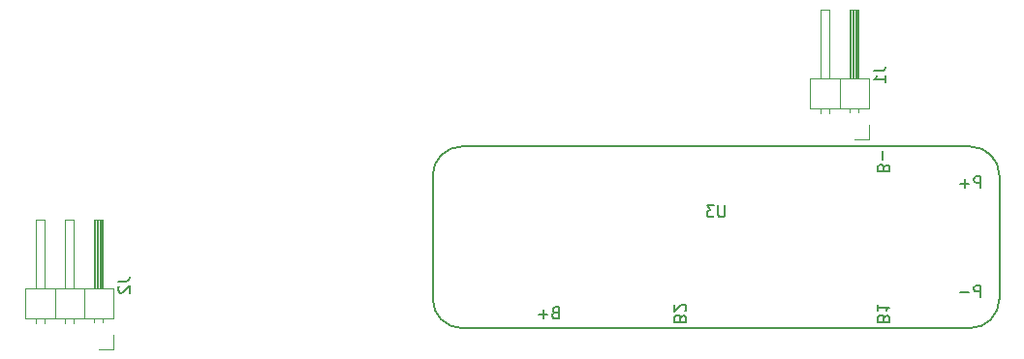
<source format=gbo>
G04 #@! TF.GenerationSoftware,KiCad,Pcbnew,(5.1.0)-1*
G04 #@! TF.CreationDate,2019-05-03T22:00:51+02:00*
G04 #@! TF.ProjectId,bigmax_hat,6269676d-6178-45f6-9861-742e6b696361,v1*
G04 #@! TF.SameCoordinates,Original*
G04 #@! TF.FileFunction,Legend,Bot*
G04 #@! TF.FilePolarity,Positive*
%FSLAX46Y46*%
G04 Gerber Fmt 4.6, Leading zero omitted, Abs format (unit mm)*
G04 Created by KiCad (PCBNEW (5.1.0)-1) date 2019-05-03 22:00:51*
%MOMM*%
%LPD*%
G04 APERTURE LIST*
%ADD10C,0.120000*%
%ADD11C,0.150000*%
G04 APERTURE END LIST*
D10*
X187960000Y-94615000D02*
X187960000Y-93345000D01*
X186690000Y-94615000D02*
X187960000Y-94615000D01*
X183770000Y-92302071D02*
X183770000Y-91905000D01*
X184530000Y-92302071D02*
X184530000Y-91905000D01*
X183770000Y-83245000D02*
X183770000Y-89245000D01*
X184530000Y-83245000D02*
X183770000Y-83245000D01*
X184530000Y-89245000D02*
X184530000Y-83245000D01*
X185420000Y-91905000D02*
X185420000Y-89245000D01*
X186310000Y-92235000D02*
X186310000Y-91905000D01*
X187070000Y-92235000D02*
X187070000Y-91905000D01*
X186410000Y-89245000D02*
X186410000Y-83245000D01*
X186530000Y-89245000D02*
X186530000Y-83245000D01*
X186650000Y-89245000D02*
X186650000Y-83245000D01*
X186770000Y-89245000D02*
X186770000Y-83245000D01*
X186890000Y-89245000D02*
X186890000Y-83245000D01*
X187010000Y-89245000D02*
X187010000Y-83245000D01*
X186310000Y-83245000D02*
X186310000Y-89245000D01*
X187070000Y-83245000D02*
X186310000Y-83245000D01*
X187070000Y-89245000D02*
X187070000Y-83245000D01*
X188020000Y-89245000D02*
X188020000Y-91905000D01*
X182820000Y-89245000D02*
X188020000Y-89245000D01*
X182820000Y-91905000D02*
X182820000Y-89245000D01*
X188020000Y-91905000D02*
X182820000Y-91905000D01*
X121920000Y-113030000D02*
X121920000Y-111760000D01*
X120650000Y-113030000D02*
X121920000Y-113030000D01*
X115190000Y-110717071D02*
X115190000Y-110320000D01*
X115950000Y-110717071D02*
X115950000Y-110320000D01*
X115190000Y-101660000D02*
X115190000Y-107660000D01*
X115950000Y-101660000D02*
X115190000Y-101660000D01*
X115950000Y-107660000D02*
X115950000Y-101660000D01*
X116840000Y-110320000D02*
X116840000Y-107660000D01*
X117730000Y-110717071D02*
X117730000Y-110320000D01*
X118490000Y-110717071D02*
X118490000Y-110320000D01*
X117730000Y-101660000D02*
X117730000Y-107660000D01*
X118490000Y-101660000D02*
X117730000Y-101660000D01*
X118490000Y-107660000D02*
X118490000Y-101660000D01*
X119380000Y-110320000D02*
X119380000Y-107660000D01*
X120270000Y-110650000D02*
X120270000Y-110320000D01*
X121030000Y-110650000D02*
X121030000Y-110320000D01*
X120370000Y-107660000D02*
X120370000Y-101660000D01*
X120490000Y-107660000D02*
X120490000Y-101660000D01*
X120610000Y-107660000D02*
X120610000Y-101660000D01*
X120730000Y-107660000D02*
X120730000Y-101660000D01*
X120850000Y-107660000D02*
X120850000Y-101660000D01*
X120970000Y-107660000D02*
X120970000Y-101660000D01*
X120270000Y-101660000D02*
X120270000Y-107660000D01*
X121030000Y-101660000D02*
X120270000Y-101660000D01*
X121030000Y-107660000D02*
X121030000Y-101660000D01*
X121980000Y-107660000D02*
X121980000Y-110320000D01*
X114240000Y-107660000D02*
X121980000Y-107660000D01*
X114240000Y-110320000D02*
X114240000Y-107660000D01*
X121980000Y-110320000D02*
X114240000Y-110320000D01*
D11*
X199390000Y-108585000D02*
X199390000Y-97790000D01*
X196850000Y-111125000D02*
X152400000Y-111125000D01*
X196850000Y-95250000D02*
X152400000Y-95250000D01*
X149860000Y-108585000D02*
X149860000Y-97790000D01*
X196850000Y-111125000D02*
G75*
G03X199390000Y-108585000I0J2540000D01*
G01*
X149860000Y-108585000D02*
G75*
G03X152400000Y-111125000I2540000J0D01*
G01*
X152400000Y-95250000D02*
G75*
G03X149860000Y-97790000I0J-2540000D01*
G01*
X199390000Y-97790000D02*
G75*
G03X196850000Y-95250000I-2540000J0D01*
G01*
X188412380Y-88626666D02*
X189126666Y-88626666D01*
X189269523Y-88579047D01*
X189364761Y-88483809D01*
X189412380Y-88340952D01*
X189412380Y-88245714D01*
X189412380Y-89626666D02*
X189412380Y-89055238D01*
X189412380Y-89340952D02*
X188412380Y-89340952D01*
X188555238Y-89245714D01*
X188650476Y-89150476D01*
X188698095Y-89055238D01*
X122372380Y-107041666D02*
X123086666Y-107041666D01*
X123229523Y-106994047D01*
X123324761Y-106898809D01*
X123372380Y-106755952D01*
X123372380Y-106660714D01*
X122467619Y-107470238D02*
X122420000Y-107517857D01*
X122372380Y-107613095D01*
X122372380Y-107851190D01*
X122420000Y-107946428D01*
X122467619Y-107994047D01*
X122562857Y-108041666D01*
X122658095Y-108041666D01*
X122800952Y-107994047D01*
X123372380Y-107422619D01*
X123372380Y-108041666D01*
X175386904Y-100417380D02*
X175386904Y-101226904D01*
X175339285Y-101322142D01*
X175291666Y-101369761D01*
X175196428Y-101417380D01*
X175005952Y-101417380D01*
X174910714Y-101369761D01*
X174863095Y-101322142D01*
X174815476Y-101226904D01*
X174815476Y-100417380D01*
X174434523Y-100417380D02*
X173815476Y-100417380D01*
X174148809Y-100798333D01*
X174005952Y-100798333D01*
X173910714Y-100845952D01*
X173863095Y-100893571D01*
X173815476Y-100988809D01*
X173815476Y-101226904D01*
X173863095Y-101322142D01*
X173910714Y-101369761D01*
X174005952Y-101417380D01*
X174291666Y-101417380D01*
X174386904Y-101369761D01*
X174434523Y-101322142D01*
X197730952Y-108402380D02*
X197730952Y-107402380D01*
X197350000Y-107402380D01*
X197254761Y-107450000D01*
X197207142Y-107497619D01*
X197159523Y-107592857D01*
X197159523Y-107735714D01*
X197207142Y-107830952D01*
X197254761Y-107878571D01*
X197350000Y-107926190D01*
X197730952Y-107926190D01*
X196730952Y-108021428D02*
X195969047Y-108021428D01*
X197730952Y-98877380D02*
X197730952Y-97877380D01*
X197350000Y-97877380D01*
X197254761Y-97925000D01*
X197207142Y-97972619D01*
X197159523Y-98067857D01*
X197159523Y-98210714D01*
X197207142Y-98305952D01*
X197254761Y-98353571D01*
X197350000Y-98401190D01*
X197730952Y-98401190D01*
X196730952Y-98496428D02*
X195969047Y-98496428D01*
X196350000Y-98877380D02*
X196350000Y-98115476D01*
X189301428Y-97067619D02*
X189253809Y-96924761D01*
X189206190Y-96877142D01*
X189110952Y-96829523D01*
X188968095Y-96829523D01*
X188872857Y-96877142D01*
X188825238Y-96924761D01*
X188777619Y-97020000D01*
X188777619Y-97400952D01*
X189777619Y-97400952D01*
X189777619Y-97067619D01*
X189730000Y-96972380D01*
X189682380Y-96924761D01*
X189587142Y-96877142D01*
X189491904Y-96877142D01*
X189396666Y-96924761D01*
X189349047Y-96972380D01*
X189301428Y-97067619D01*
X189301428Y-97400952D01*
X189158571Y-96400952D02*
X189158571Y-95639047D01*
X189301428Y-110259761D02*
X189253809Y-110116904D01*
X189206190Y-110069285D01*
X189110952Y-110021666D01*
X188968095Y-110021666D01*
X188872857Y-110069285D01*
X188825238Y-110116904D01*
X188777619Y-110212142D01*
X188777619Y-110593095D01*
X189777619Y-110593095D01*
X189777619Y-110259761D01*
X189730000Y-110164523D01*
X189682380Y-110116904D01*
X189587142Y-110069285D01*
X189491904Y-110069285D01*
X189396666Y-110116904D01*
X189349047Y-110164523D01*
X189301428Y-110259761D01*
X189301428Y-110593095D01*
X188777619Y-109069285D02*
X188777619Y-109640714D01*
X188777619Y-109355000D02*
X189777619Y-109355000D01*
X189634761Y-109450238D01*
X189539523Y-109545476D01*
X189491904Y-109640714D01*
X171521428Y-110259761D02*
X171473809Y-110116904D01*
X171426190Y-110069285D01*
X171330952Y-110021666D01*
X171188095Y-110021666D01*
X171092857Y-110069285D01*
X171045238Y-110116904D01*
X170997619Y-110212142D01*
X170997619Y-110593095D01*
X171997619Y-110593095D01*
X171997619Y-110259761D01*
X171950000Y-110164523D01*
X171902380Y-110116904D01*
X171807142Y-110069285D01*
X171711904Y-110069285D01*
X171616666Y-110116904D01*
X171569047Y-110164523D01*
X171521428Y-110259761D01*
X171521428Y-110593095D01*
X171902380Y-109640714D02*
X171950000Y-109593095D01*
X171997619Y-109497857D01*
X171997619Y-109259761D01*
X171950000Y-109164523D01*
X171902380Y-109116904D01*
X171807142Y-109069285D01*
X171711904Y-109069285D01*
X171569047Y-109116904D01*
X170997619Y-109688333D01*
X170997619Y-109069285D01*
X160567619Y-109783571D02*
X160424761Y-109831190D01*
X160377142Y-109878809D01*
X160329523Y-109974047D01*
X160329523Y-110116904D01*
X160377142Y-110212142D01*
X160424761Y-110259761D01*
X160520000Y-110307380D01*
X160900952Y-110307380D01*
X160900952Y-109307380D01*
X160567619Y-109307380D01*
X160472380Y-109355000D01*
X160424761Y-109402619D01*
X160377142Y-109497857D01*
X160377142Y-109593095D01*
X160424761Y-109688333D01*
X160472380Y-109735952D01*
X160567619Y-109783571D01*
X160900952Y-109783571D01*
X159900952Y-109926428D02*
X159139047Y-109926428D01*
X159520000Y-110307380D02*
X159520000Y-109545476D01*
M02*

</source>
